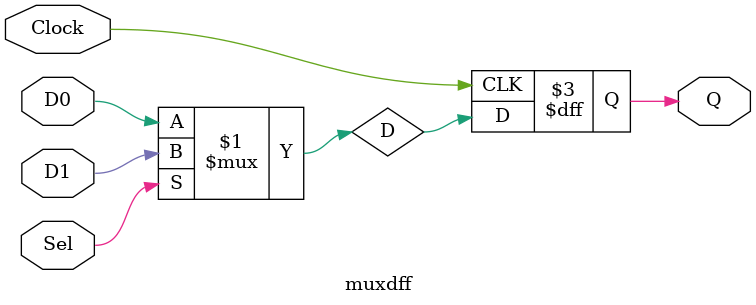
<source format=v>
module muxdff (D0, D1, Sel, Clock, Q);
	input D0, D1, Sel, Clock;
	output reg Q;
	wire D;

	assign D = Sel ? D1 : D0;
	always @(posedge Clock)
		Q <= D;

endmodule


</source>
